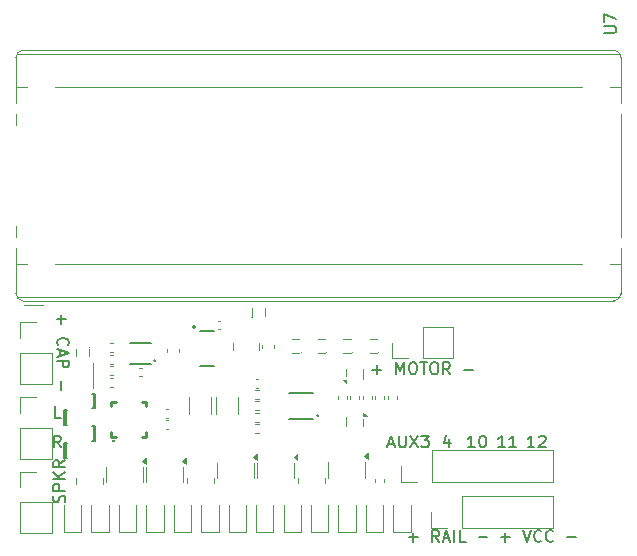
<source format=gto>
G04 #@! TF.GenerationSoftware,KiCad,Pcbnew,8.0.8*
G04 #@! TF.CreationDate,2025-02-15T12:31:35-05:00*
G04 #@! TF.ProjectId,pico2-test-mule,7069636f-322d-4746-9573-742d6d756c65,rev?*
G04 #@! TF.SameCoordinates,Original*
G04 #@! TF.FileFunction,Legend,Top*
G04 #@! TF.FilePolarity,Positive*
%FSLAX46Y46*%
G04 Gerber Fmt 4.6, Leading zero omitted, Abs format (unit mm)*
G04 Created by KiCad (PCBNEW 8.0.8) date 2025-02-15 12:31:35*
%MOMM*%
%LPD*%
G01*
G04 APERTURE LIST*
%ADD10C,0.150000*%
%ADD11C,0.100000*%
%ADD12C,0.120000*%
%ADD13C,0.200000*%
%ADD14C,0.250000*%
G04 APERTURE END LIST*
D10*
X39309523Y-33819819D02*
X38738095Y-33819819D01*
X39023809Y-33819819D02*
X39023809Y-32819819D01*
X39023809Y-32819819D02*
X38928571Y-32962676D01*
X38928571Y-32962676D02*
X38833333Y-33057914D01*
X38833333Y-33057914D02*
X38738095Y-33105533D01*
X39928571Y-32819819D02*
X40023809Y-32819819D01*
X40023809Y-32819819D02*
X40119047Y-32867438D01*
X40119047Y-32867438D02*
X40166666Y-32915057D01*
X40166666Y-32915057D02*
X40214285Y-33010295D01*
X40214285Y-33010295D02*
X40261904Y-33200771D01*
X40261904Y-33200771D02*
X40261904Y-33438866D01*
X40261904Y-33438866D02*
X40214285Y-33629342D01*
X40214285Y-33629342D02*
X40166666Y-33724580D01*
X40166666Y-33724580D02*
X40119047Y-33772200D01*
X40119047Y-33772200D02*
X40023809Y-33819819D01*
X40023809Y-33819819D02*
X39928571Y-33819819D01*
X39928571Y-33819819D02*
X39833333Y-33772200D01*
X39833333Y-33772200D02*
X39785714Y-33724580D01*
X39785714Y-33724580D02*
X39738095Y-33629342D01*
X39738095Y-33629342D02*
X39690476Y-33438866D01*
X39690476Y-33438866D02*
X39690476Y-33200771D01*
X39690476Y-33200771D02*
X39738095Y-33010295D01*
X39738095Y-33010295D02*
X39785714Y-32915057D01*
X39785714Y-32915057D02*
X39833333Y-32867438D01*
X39833333Y-32867438D02*
X39928571Y-32819819D01*
X4311133Y-22609524D02*
X4311133Y-23371429D01*
X3930180Y-22990476D02*
X4692085Y-22990476D01*
X4025419Y-25180952D02*
X3977800Y-25133333D01*
X3977800Y-25133333D02*
X3930180Y-24990476D01*
X3930180Y-24990476D02*
X3930180Y-24895238D01*
X3930180Y-24895238D02*
X3977800Y-24752381D01*
X3977800Y-24752381D02*
X4073038Y-24657143D01*
X4073038Y-24657143D02*
X4168276Y-24609524D01*
X4168276Y-24609524D02*
X4358752Y-24561905D01*
X4358752Y-24561905D02*
X4501609Y-24561905D01*
X4501609Y-24561905D02*
X4692085Y-24609524D01*
X4692085Y-24609524D02*
X4787323Y-24657143D01*
X4787323Y-24657143D02*
X4882561Y-24752381D01*
X4882561Y-24752381D02*
X4930180Y-24895238D01*
X4930180Y-24895238D02*
X4930180Y-24990476D01*
X4930180Y-24990476D02*
X4882561Y-25133333D01*
X4882561Y-25133333D02*
X4834942Y-25180952D01*
X4215895Y-25561905D02*
X4215895Y-26038095D01*
X3930180Y-25466667D02*
X4930180Y-25800000D01*
X4930180Y-25800000D02*
X3930180Y-26133333D01*
X3930180Y-26466667D02*
X4930180Y-26466667D01*
X4930180Y-26466667D02*
X4930180Y-26847619D01*
X4930180Y-26847619D02*
X4882561Y-26942857D01*
X4882561Y-26942857D02*
X4834942Y-26990476D01*
X4834942Y-26990476D02*
X4739704Y-27038095D01*
X4739704Y-27038095D02*
X4596847Y-27038095D01*
X4596847Y-27038095D02*
X4501609Y-26990476D01*
X4501609Y-26990476D02*
X4453990Y-26942857D01*
X4453990Y-26942857D02*
X4406371Y-26847619D01*
X4406371Y-26847619D02*
X4406371Y-26466667D01*
X4311133Y-28228572D02*
X4311133Y-28990477D01*
X4572200Y-38485713D02*
X4619819Y-38342856D01*
X4619819Y-38342856D02*
X4619819Y-38104761D01*
X4619819Y-38104761D02*
X4572200Y-38009523D01*
X4572200Y-38009523D02*
X4524580Y-37961904D01*
X4524580Y-37961904D02*
X4429342Y-37914285D01*
X4429342Y-37914285D02*
X4334104Y-37914285D01*
X4334104Y-37914285D02*
X4238866Y-37961904D01*
X4238866Y-37961904D02*
X4191247Y-38009523D01*
X4191247Y-38009523D02*
X4143628Y-38104761D01*
X4143628Y-38104761D02*
X4096009Y-38295237D01*
X4096009Y-38295237D02*
X4048390Y-38390475D01*
X4048390Y-38390475D02*
X4000771Y-38438094D01*
X4000771Y-38438094D02*
X3905533Y-38485713D01*
X3905533Y-38485713D02*
X3810295Y-38485713D01*
X3810295Y-38485713D02*
X3715057Y-38438094D01*
X3715057Y-38438094D02*
X3667438Y-38390475D01*
X3667438Y-38390475D02*
X3619819Y-38295237D01*
X3619819Y-38295237D02*
X3619819Y-38057142D01*
X3619819Y-38057142D02*
X3667438Y-37914285D01*
X4619819Y-37485713D02*
X3619819Y-37485713D01*
X3619819Y-37485713D02*
X3619819Y-37104761D01*
X3619819Y-37104761D02*
X3667438Y-37009523D01*
X3667438Y-37009523D02*
X3715057Y-36961904D01*
X3715057Y-36961904D02*
X3810295Y-36914285D01*
X3810295Y-36914285D02*
X3953152Y-36914285D01*
X3953152Y-36914285D02*
X4048390Y-36961904D01*
X4048390Y-36961904D02*
X4096009Y-37009523D01*
X4096009Y-37009523D02*
X4143628Y-37104761D01*
X4143628Y-37104761D02*
X4143628Y-37485713D01*
X4619819Y-36485713D02*
X3619819Y-36485713D01*
X4619819Y-35914285D02*
X4048390Y-36342856D01*
X3619819Y-35914285D02*
X4191247Y-36485713D01*
X4619819Y-34914285D02*
X4143628Y-35247618D01*
X4619819Y-35485713D02*
X3619819Y-35485713D01*
X3619819Y-35485713D02*
X3619819Y-35104761D01*
X3619819Y-35104761D02*
X3667438Y-35009523D01*
X3667438Y-35009523D02*
X3715057Y-34961904D01*
X3715057Y-34961904D02*
X3810295Y-34914285D01*
X3810295Y-34914285D02*
X3953152Y-34914285D01*
X3953152Y-34914285D02*
X4048390Y-34961904D01*
X4048390Y-34961904D02*
X4096009Y-35009523D01*
X4096009Y-35009523D02*
X4143628Y-35104761D01*
X4143628Y-35104761D02*
X4143628Y-35485713D01*
X4259523Y-33819819D02*
X3926190Y-33343628D01*
X3688095Y-33819819D02*
X3688095Y-32819819D01*
X3688095Y-32819819D02*
X4069047Y-32819819D01*
X4069047Y-32819819D02*
X4164285Y-32867438D01*
X4164285Y-32867438D02*
X4211904Y-32915057D01*
X4211904Y-32915057D02*
X4259523Y-33010295D01*
X4259523Y-33010295D02*
X4259523Y-33153152D01*
X4259523Y-33153152D02*
X4211904Y-33248390D01*
X4211904Y-33248390D02*
X4164285Y-33296009D01*
X4164285Y-33296009D02*
X4069047Y-33343628D01*
X4069047Y-33343628D02*
X3688095Y-33343628D01*
X41859523Y-33819819D02*
X41288095Y-33819819D01*
X41573809Y-33819819D02*
X41573809Y-32819819D01*
X41573809Y-32819819D02*
X41478571Y-32962676D01*
X41478571Y-32962676D02*
X41383333Y-33057914D01*
X41383333Y-33057914D02*
X41288095Y-33105533D01*
X42811904Y-33819819D02*
X42240476Y-33819819D01*
X42526190Y-33819819D02*
X42526190Y-32819819D01*
X42526190Y-32819819D02*
X42430952Y-32962676D01*
X42430952Y-32962676D02*
X42335714Y-33057914D01*
X42335714Y-33057914D02*
X42240476Y-33105533D01*
X33716667Y-41438866D02*
X34478572Y-41438866D01*
X34097619Y-41819819D02*
X34097619Y-41057914D01*
X36288095Y-41819819D02*
X35954762Y-41343628D01*
X35716667Y-41819819D02*
X35716667Y-40819819D01*
X35716667Y-40819819D02*
X36097619Y-40819819D01*
X36097619Y-40819819D02*
X36192857Y-40867438D01*
X36192857Y-40867438D02*
X36240476Y-40915057D01*
X36240476Y-40915057D02*
X36288095Y-41010295D01*
X36288095Y-41010295D02*
X36288095Y-41153152D01*
X36288095Y-41153152D02*
X36240476Y-41248390D01*
X36240476Y-41248390D02*
X36192857Y-41296009D01*
X36192857Y-41296009D02*
X36097619Y-41343628D01*
X36097619Y-41343628D02*
X35716667Y-41343628D01*
X36669048Y-41534104D02*
X37145238Y-41534104D01*
X36573810Y-41819819D02*
X36907143Y-40819819D01*
X36907143Y-40819819D02*
X37240476Y-41819819D01*
X37573810Y-41819819D02*
X37573810Y-40819819D01*
X38526190Y-41819819D02*
X38050000Y-41819819D01*
X38050000Y-41819819D02*
X38050000Y-40819819D01*
X39621429Y-41438866D02*
X40383334Y-41438866D01*
X44359523Y-33819819D02*
X43788095Y-33819819D01*
X44073809Y-33819819D02*
X44073809Y-32819819D01*
X44073809Y-32819819D02*
X43978571Y-32962676D01*
X43978571Y-32962676D02*
X43883333Y-33057914D01*
X43883333Y-33057914D02*
X43788095Y-33105533D01*
X44740476Y-32915057D02*
X44788095Y-32867438D01*
X44788095Y-32867438D02*
X44883333Y-32819819D01*
X44883333Y-32819819D02*
X45121428Y-32819819D01*
X45121428Y-32819819D02*
X45216666Y-32867438D01*
X45216666Y-32867438D02*
X45264285Y-32915057D01*
X45264285Y-32915057D02*
X45311904Y-33010295D01*
X45311904Y-33010295D02*
X45311904Y-33105533D01*
X45311904Y-33105533D02*
X45264285Y-33248390D01*
X45264285Y-33248390D02*
X44692857Y-33819819D01*
X44692857Y-33819819D02*
X45311904Y-33819819D01*
X41509524Y-41438866D02*
X42271429Y-41438866D01*
X41890476Y-41819819D02*
X41890476Y-41057914D01*
X43366667Y-40819819D02*
X43700000Y-41819819D01*
X43700000Y-41819819D02*
X44033333Y-40819819D01*
X44938095Y-41724580D02*
X44890476Y-41772200D01*
X44890476Y-41772200D02*
X44747619Y-41819819D01*
X44747619Y-41819819D02*
X44652381Y-41819819D01*
X44652381Y-41819819D02*
X44509524Y-41772200D01*
X44509524Y-41772200D02*
X44414286Y-41676961D01*
X44414286Y-41676961D02*
X44366667Y-41581723D01*
X44366667Y-41581723D02*
X44319048Y-41391247D01*
X44319048Y-41391247D02*
X44319048Y-41248390D01*
X44319048Y-41248390D02*
X44366667Y-41057914D01*
X44366667Y-41057914D02*
X44414286Y-40962676D01*
X44414286Y-40962676D02*
X44509524Y-40867438D01*
X44509524Y-40867438D02*
X44652381Y-40819819D01*
X44652381Y-40819819D02*
X44747619Y-40819819D01*
X44747619Y-40819819D02*
X44890476Y-40867438D01*
X44890476Y-40867438D02*
X44938095Y-40915057D01*
X45938095Y-41724580D02*
X45890476Y-41772200D01*
X45890476Y-41772200D02*
X45747619Y-41819819D01*
X45747619Y-41819819D02*
X45652381Y-41819819D01*
X45652381Y-41819819D02*
X45509524Y-41772200D01*
X45509524Y-41772200D02*
X45414286Y-41676961D01*
X45414286Y-41676961D02*
X45366667Y-41581723D01*
X45366667Y-41581723D02*
X45319048Y-41391247D01*
X45319048Y-41391247D02*
X45319048Y-41248390D01*
X45319048Y-41248390D02*
X45366667Y-41057914D01*
X45366667Y-41057914D02*
X45414286Y-40962676D01*
X45414286Y-40962676D02*
X45509524Y-40867438D01*
X45509524Y-40867438D02*
X45652381Y-40819819D01*
X45652381Y-40819819D02*
X45747619Y-40819819D01*
X45747619Y-40819819D02*
X45890476Y-40867438D01*
X45890476Y-40867438D02*
X45938095Y-40915057D01*
X47128572Y-41438866D02*
X47890477Y-41438866D01*
X37140476Y-33153152D02*
X37140476Y-33819819D01*
X36902381Y-32772200D02*
X36664286Y-33486485D01*
X36664286Y-33486485D02*
X37283333Y-33486485D01*
X4259523Y-31319819D02*
X3783333Y-31319819D01*
X3783333Y-31319819D02*
X3783333Y-30319819D01*
X30638095Y-27238866D02*
X31400000Y-27238866D01*
X31019047Y-27619819D02*
X31019047Y-26857914D01*
X32638095Y-27619819D02*
X32638095Y-26619819D01*
X32638095Y-26619819D02*
X32971428Y-27334104D01*
X32971428Y-27334104D02*
X33304761Y-26619819D01*
X33304761Y-26619819D02*
X33304761Y-27619819D01*
X33971428Y-26619819D02*
X34161904Y-26619819D01*
X34161904Y-26619819D02*
X34257142Y-26667438D01*
X34257142Y-26667438D02*
X34352380Y-26762676D01*
X34352380Y-26762676D02*
X34399999Y-26953152D01*
X34399999Y-26953152D02*
X34399999Y-27286485D01*
X34399999Y-27286485D02*
X34352380Y-27476961D01*
X34352380Y-27476961D02*
X34257142Y-27572200D01*
X34257142Y-27572200D02*
X34161904Y-27619819D01*
X34161904Y-27619819D02*
X33971428Y-27619819D01*
X33971428Y-27619819D02*
X33876190Y-27572200D01*
X33876190Y-27572200D02*
X33780952Y-27476961D01*
X33780952Y-27476961D02*
X33733333Y-27286485D01*
X33733333Y-27286485D02*
X33733333Y-26953152D01*
X33733333Y-26953152D02*
X33780952Y-26762676D01*
X33780952Y-26762676D02*
X33876190Y-26667438D01*
X33876190Y-26667438D02*
X33971428Y-26619819D01*
X34685714Y-26619819D02*
X35257142Y-26619819D01*
X34971428Y-27619819D02*
X34971428Y-26619819D01*
X35780952Y-26619819D02*
X35971428Y-26619819D01*
X35971428Y-26619819D02*
X36066666Y-26667438D01*
X36066666Y-26667438D02*
X36161904Y-26762676D01*
X36161904Y-26762676D02*
X36209523Y-26953152D01*
X36209523Y-26953152D02*
X36209523Y-27286485D01*
X36209523Y-27286485D02*
X36161904Y-27476961D01*
X36161904Y-27476961D02*
X36066666Y-27572200D01*
X36066666Y-27572200D02*
X35971428Y-27619819D01*
X35971428Y-27619819D02*
X35780952Y-27619819D01*
X35780952Y-27619819D02*
X35685714Y-27572200D01*
X35685714Y-27572200D02*
X35590476Y-27476961D01*
X35590476Y-27476961D02*
X35542857Y-27286485D01*
X35542857Y-27286485D02*
X35542857Y-26953152D01*
X35542857Y-26953152D02*
X35590476Y-26762676D01*
X35590476Y-26762676D02*
X35685714Y-26667438D01*
X35685714Y-26667438D02*
X35780952Y-26619819D01*
X37209523Y-27619819D02*
X36876190Y-27143628D01*
X36638095Y-27619819D02*
X36638095Y-26619819D01*
X36638095Y-26619819D02*
X37019047Y-26619819D01*
X37019047Y-26619819D02*
X37114285Y-26667438D01*
X37114285Y-26667438D02*
X37161904Y-26715057D01*
X37161904Y-26715057D02*
X37209523Y-26810295D01*
X37209523Y-26810295D02*
X37209523Y-26953152D01*
X37209523Y-26953152D02*
X37161904Y-27048390D01*
X37161904Y-27048390D02*
X37114285Y-27096009D01*
X37114285Y-27096009D02*
X37019047Y-27143628D01*
X37019047Y-27143628D02*
X36638095Y-27143628D01*
X38400000Y-27238866D02*
X39161905Y-27238866D01*
X31985714Y-33534104D02*
X32461904Y-33534104D01*
X31890476Y-33819819D02*
X32223809Y-32819819D01*
X32223809Y-32819819D02*
X32557142Y-33819819D01*
X32890476Y-32819819D02*
X32890476Y-33629342D01*
X32890476Y-33629342D02*
X32938095Y-33724580D01*
X32938095Y-33724580D02*
X32985714Y-33772200D01*
X32985714Y-33772200D02*
X33080952Y-33819819D01*
X33080952Y-33819819D02*
X33271428Y-33819819D01*
X33271428Y-33819819D02*
X33366666Y-33772200D01*
X33366666Y-33772200D02*
X33414285Y-33724580D01*
X33414285Y-33724580D02*
X33461904Y-33629342D01*
X33461904Y-33629342D02*
X33461904Y-32819819D01*
X33842857Y-32819819D02*
X34509523Y-33819819D01*
X34509523Y-32819819D02*
X33842857Y-33819819D01*
X34795238Y-32819819D02*
X35414285Y-32819819D01*
X35414285Y-32819819D02*
X35080952Y-33200771D01*
X35080952Y-33200771D02*
X35223809Y-33200771D01*
X35223809Y-33200771D02*
X35319047Y-33248390D01*
X35319047Y-33248390D02*
X35366666Y-33296009D01*
X35366666Y-33296009D02*
X35414285Y-33391247D01*
X35414285Y-33391247D02*
X35414285Y-33629342D01*
X35414285Y-33629342D02*
X35366666Y-33724580D01*
X35366666Y-33724580D02*
X35319047Y-33772200D01*
X35319047Y-33772200D02*
X35223809Y-33819819D01*
X35223809Y-33819819D02*
X34938095Y-33819819D01*
X34938095Y-33819819D02*
X34842857Y-33772200D01*
X34842857Y-33772200D02*
X34795238Y-33724580D01*
X50282319Y1284280D02*
X51091842Y1284280D01*
X51091842Y1284280D02*
X51187080Y1331899D01*
X51187080Y1331899D02*
X51234700Y1379518D01*
X51234700Y1379518D02*
X51282319Y1474756D01*
X51282319Y1474756D02*
X51282319Y1665232D01*
X51282319Y1665232D02*
X51234700Y1760470D01*
X51234700Y1760470D02*
X51187080Y1808089D01*
X51187080Y1808089D02*
X51091842Y1855708D01*
X51091842Y1855708D02*
X50282319Y1855708D01*
X50282319Y2236661D02*
X50282319Y2903327D01*
X50282319Y2903327D02*
X51282319Y2474756D01*
D11*
G04 #@! TO.C,L1*
X18810000Y-25595000D02*
X18810000Y-25015000D01*
X21000000Y-25015000D02*
X21000000Y-25595000D01*
D12*
G04 #@! TO.C,Q4*
X28440000Y-27200000D02*
X28440000Y-27790000D01*
X29860000Y-27200000D02*
X29860000Y-28000000D01*
X28440000Y-28380000D02*
X28160000Y-28100000D01*
X28440000Y-28100000D01*
X28440000Y-28380000D01*
G36*
X28440000Y-28380000D02*
G01*
X28160000Y-28100000D01*
X28440000Y-28100000D01*
X28440000Y-28380000D01*
G37*
G04 #@! TO.C,R8*
X28770000Y-29753641D02*
X28770000Y-29446359D01*
X29530000Y-29753641D02*
X29530000Y-29446359D01*
G04 #@! TO.C,R7*
X27720000Y-29753641D02*
X27720000Y-29446359D01*
X28480000Y-29753641D02*
X28480000Y-29446359D01*
G04 #@! TO.C,RN2*
X14910000Y-36872500D02*
X14910000Y-36372500D01*
X17190000Y-36872500D02*
X17190000Y-36372500D01*
G04 #@! TO.C,D12*
X16140000Y-38735000D02*
X16140000Y-41020000D01*
X16140000Y-41020000D02*
X17610000Y-41020000D01*
X17610000Y-41020000D02*
X17610000Y-38735000D01*
G04 #@! TO.C,D15*
X23115000Y-38735000D02*
X23115000Y-41020000D01*
X23115000Y-41020000D02*
X24585000Y-41020000D01*
X24585000Y-41020000D02*
X24585000Y-38735000D01*
G04 #@! TO.C,C1*
X11107836Y-27090000D02*
X10892164Y-27090000D01*
X11107836Y-27810000D02*
X10892164Y-27810000D01*
G04 #@! TO.C,D11*
X13815000Y-38735000D02*
X13815000Y-41020000D01*
X13815000Y-41020000D02*
X15285000Y-41020000D01*
X15285000Y-41020000D02*
X15285000Y-38735000D01*
G04 #@! TO.C,Q13*
X26890000Y-35722500D02*
X26890000Y-35072500D01*
X26890000Y-35722500D02*
X26890000Y-36372500D01*
X30010000Y-35722500D02*
X30010000Y-35072500D01*
X30010000Y-35722500D02*
X30010000Y-36372500D01*
X30290000Y-34800000D02*
X29960000Y-34560000D01*
X30290000Y-34320000D01*
X30290000Y-34800000D01*
G36*
X30290000Y-34800000D02*
G01*
X29960000Y-34560000D01*
X30290000Y-34320000D01*
X30290000Y-34800000D01*
G37*
D11*
G04 #@! TO.C,Q1*
X20410000Y-22660000D02*
X20410000Y-22060000D01*
X21550000Y-22060000D02*
X21550000Y-22660000D01*
X20470000Y-22830000D02*
G75*
G02*
X20390000Y-22830000I-40000J0D01*
G01*
X20390000Y-22830000D02*
G75*
G02*
X20470000Y-22830000I40000J0D01*
G01*
D12*
G04 #@! TO.C,C20*
X20742164Y-28040000D02*
X20957836Y-28040000D01*
X20742164Y-28760000D02*
X20957836Y-28760000D01*
G04 #@! TO.C,RN1*
X5510000Y-36885000D02*
X5510000Y-36385000D01*
X7790000Y-36885000D02*
X7790000Y-36385000D01*
G04 #@! TO.C,J4*
X35630000Y-40615000D02*
X35630000Y-39285000D01*
X36960000Y-40615000D02*
X35630000Y-40615000D01*
X38230000Y-37955000D02*
X45910000Y-37955000D01*
X38230000Y-40615000D02*
X38230000Y-37955000D01*
X38230000Y-40615000D02*
X45910000Y-40615000D01*
X45910000Y-40615000D02*
X45910000Y-37955000D01*
D10*
G04 #@! TO.C,U1*
X10100000Y-25000000D02*
X11900000Y-25000000D01*
X10100000Y-26800000D02*
X11900000Y-26800000D01*
D11*
X12300000Y-26500000D02*
G75*
G02*
X12100000Y-26500000I-100000J0D01*
G01*
X12100000Y-26500000D02*
G75*
G02*
X12300000Y-26500000I100000J0D01*
G01*
D12*
G04 #@! TO.C,R11*
X31920000Y-29446359D02*
X31920000Y-29753641D01*
X32680000Y-29446359D02*
X32680000Y-29753641D01*
D10*
G04 #@! TO.C,D2*
X4527500Y-33437500D02*
X4657500Y-33437500D01*
X4527500Y-34697500D02*
X4527500Y-33437500D01*
X4657500Y-33437500D02*
X4777500Y-33437500D01*
X4657500Y-34697500D02*
X4527500Y-34697500D01*
X4657500Y-34697500D02*
X4657500Y-33437500D01*
X4777500Y-34697500D02*
X4657500Y-34697500D01*
D12*
G04 #@! TO.C,U7*
X452500Y-800000D02*
X452500Y-3290000D01*
X452500Y-3290000D02*
X1366020Y-3290000D01*
X452500Y-4637939D02*
X452500Y-3290000D01*
X452500Y-6565000D02*
X452500Y-5562061D01*
X452500Y-16037939D02*
X452500Y-15035000D01*
X452500Y-18310000D02*
X452500Y-16962060D01*
X452500Y-18310000D02*
X1366020Y-18310000D01*
X452500Y-20800000D02*
X452500Y-18310000D01*
X515500Y-21070000D02*
X51609500Y-21070000D01*
X1062500Y-190000D02*
X51062500Y-190000D01*
X1062500Y-21410000D02*
X51062500Y-21410000D01*
X2732500Y-21730000D02*
X1132500Y-21730000D01*
X3758980Y-3290000D02*
X48366020Y-3290000D01*
X3758980Y-18310000D02*
X48366020Y-18310000D01*
X50758980Y-3290000D02*
X51672500Y-3290000D01*
X50758980Y-18310000D02*
X51672500Y-18310000D01*
X51609500Y-530000D02*
X515500Y-530000D01*
X51672500Y-4637939D02*
X51672500Y-800000D01*
X51672500Y-5562061D02*
X51672500Y-7200000D01*
X51672500Y-7200000D02*
X51672500Y-14400000D01*
X51672500Y-14400000D02*
X51672500Y-16037939D01*
X51672500Y-20800000D02*
X51672500Y-16962061D01*
X452500Y-800000D02*
G75*
G02*
X1062500Y-190000I610000J0D01*
G01*
X1062500Y-21410000D02*
G75*
G02*
X452500Y-20800000I0J610000D01*
G01*
X51062500Y-190000D02*
G75*
G02*
X51672500Y-800000I0J-610000D01*
G01*
X51672500Y-20800000D02*
G75*
G02*
X51062500Y-21410000I-609901J-99D01*
G01*
D10*
G04 #@! TO.C,D1*
X4527500Y-30662500D02*
X4657500Y-30662500D01*
X4527500Y-31922500D02*
X4527500Y-30662500D01*
X4657500Y-30662500D02*
X4777500Y-30662500D01*
X4657500Y-31922500D02*
X4527500Y-31922500D01*
X4657500Y-31922500D02*
X4657500Y-30662500D01*
X4777500Y-31922500D02*
X4657500Y-31922500D01*
G04 #@! TO.C,D4*
X6917500Y-32037500D02*
X7037500Y-32037500D01*
X7037500Y-32037500D02*
X7037500Y-33297500D01*
X7037500Y-32037500D02*
X7167500Y-32037500D01*
X7037500Y-33297500D02*
X6917500Y-33297500D01*
X7167500Y-32037500D02*
X7167500Y-33297500D01*
X7167500Y-33297500D02*
X7037500Y-33297500D01*
D12*
G04 #@! TO.C,RN3*
X24310000Y-36872500D02*
X24310000Y-36372500D01*
X26590000Y-36872500D02*
X26590000Y-36372500D01*
G04 #@! TO.C,R19*
X20696359Y-31820000D02*
X21003641Y-31820000D01*
X20696359Y-32580000D02*
X21003641Y-32580000D01*
G04 #@! TO.C,C17*
X17430000Y-29588748D02*
X17430000Y-31011252D01*
X19250000Y-29588748D02*
X19250000Y-31011252D01*
G04 #@! TO.C,R5*
X30870000Y-36481359D02*
X30870000Y-36788641D01*
X31630000Y-36481359D02*
X31630000Y-36788641D01*
G04 #@! TO.C,D13*
X18465000Y-38735000D02*
X18465000Y-41020000D01*
X18465000Y-41020000D02*
X19935000Y-41020000D01*
X19935000Y-41020000D02*
X19935000Y-38735000D01*
G04 #@! TO.C,R2*
X8713641Y-25020000D02*
X8406359Y-25020000D01*
X8713641Y-25780000D02*
X8406359Y-25780000D01*
G04 #@! TO.C,J2*
X820000Y-35870000D02*
X2150000Y-35870000D01*
X820000Y-37200000D02*
X820000Y-35870000D01*
X820000Y-38470000D02*
X820000Y-41070000D01*
X820000Y-38470000D02*
X3480000Y-38470000D01*
X820000Y-41070000D02*
X3480000Y-41070000D01*
X3480000Y-38470000D02*
X3480000Y-41070000D01*
G04 #@! TO.C,D19*
X32415000Y-38735000D02*
X32415000Y-41020000D01*
X32415000Y-41020000D02*
X33885000Y-41020000D01*
X33885000Y-41020000D02*
X33885000Y-38735000D01*
G04 #@! TO.C,C7*
X21290000Y-25445580D02*
X21290000Y-25164420D01*
X22310000Y-25445580D02*
X22310000Y-25164420D01*
G04 #@! TO.C,Q3*
X28440000Y-32050000D02*
X28440000Y-31250000D01*
X29860000Y-32050000D02*
X29860000Y-31460000D01*
X30140000Y-31150000D02*
X29860000Y-31150000D01*
X29860000Y-30870000D01*
X30140000Y-31150000D01*
G36*
X30140000Y-31150000D02*
G01*
X29860000Y-31150000D01*
X29860000Y-30870000D01*
X30140000Y-31150000D01*
G37*
G04 #@! TO.C,J6*
X820000Y-29570000D02*
X2150000Y-29570000D01*
X820000Y-30900000D02*
X820000Y-29570000D01*
X820000Y-32170000D02*
X820000Y-34770000D01*
X820000Y-32170000D02*
X3480000Y-32170000D01*
X820000Y-34770000D02*
X3480000Y-34770000D01*
X3480000Y-32170000D02*
X3480000Y-34770000D01*
G04 #@! TO.C,R17*
X20696359Y-28970000D02*
X21003641Y-28970000D01*
X20696359Y-29730000D02*
X21003641Y-29730000D01*
G04 #@! TO.C,D9*
X9165000Y-38735000D02*
X9165000Y-41020000D01*
X9165000Y-41020000D02*
X10635000Y-41020000D01*
X10635000Y-41020000D02*
X10635000Y-38735000D01*
G04 #@! TO.C,R16*
X20696359Y-29920000D02*
X21003641Y-29920000D01*
X20696359Y-30680000D02*
X21003641Y-30680000D01*
G04 #@! TO.C,J8*
X32295000Y-26280000D02*
X32295000Y-24950000D01*
X33625000Y-26280000D02*
X32295000Y-26280000D01*
X34895000Y-23620000D02*
X37495000Y-23620000D01*
X34895000Y-26280000D02*
X34895000Y-23620000D01*
X34895000Y-26280000D02*
X37495000Y-26280000D01*
X37495000Y-26280000D02*
X37495000Y-23620000D01*
G04 #@! TO.C,R4*
X8713641Y-26970000D02*
X8406359Y-26970000D01*
X8713641Y-27730000D02*
X8406359Y-27730000D01*
G04 #@! TO.C,Q10*
X11490000Y-36122500D02*
X11490000Y-35472500D01*
X11490000Y-36122500D02*
X11490000Y-36772500D01*
X14610000Y-36122500D02*
X14610000Y-35472500D01*
X14610000Y-36122500D02*
X14610000Y-36772500D01*
X14890000Y-35200000D02*
X14560000Y-34960000D01*
X14890000Y-34720000D01*
X14890000Y-35200000D01*
G36*
X14890000Y-35200000D02*
G01*
X14560000Y-34960000D01*
X14890000Y-34720000D01*
X14890000Y-35200000D01*
G37*
G04 #@! TO.C,Q11*
X17490000Y-35785000D02*
X17490000Y-35135000D01*
X17490000Y-35785000D02*
X17490000Y-36435000D01*
X20610000Y-35785000D02*
X20610000Y-35135000D01*
X20610000Y-35785000D02*
X20610000Y-36435000D01*
X20890000Y-34862500D02*
X20560000Y-34622500D01*
X20890000Y-34382500D01*
X20890000Y-34862500D01*
G36*
X20890000Y-34862500D02*
G01*
X20560000Y-34622500D01*
X20890000Y-34382500D01*
X20890000Y-34862500D01*
G37*
G04 #@! TO.C,D8*
X6840000Y-38735000D02*
X6840000Y-41020000D01*
X6840000Y-41020000D02*
X8310000Y-41020000D01*
X8310000Y-41020000D02*
X8310000Y-38735000D01*
G04 #@! TO.C,C8*
X15130000Y-29588748D02*
X15130000Y-31011252D01*
X16950000Y-29588748D02*
X16950000Y-31011252D01*
G04 #@! TO.C,D10*
X11490000Y-38735000D02*
X11490000Y-41020000D01*
X11490000Y-41020000D02*
X12960000Y-41020000D01*
X12960000Y-41020000D02*
X12960000Y-38735000D01*
D11*
G04 #@! TO.C,D5*
X7010000Y-28810000D02*
X7010000Y-27800000D01*
G04 #@! TO.C,D6*
X7010000Y-27660000D02*
X7010000Y-26650000D01*
D13*
G04 #@! TO.C,U2*
X16080000Y-23930000D02*
X17220000Y-23930000D01*
X17220000Y-26930000D02*
X16080000Y-26930000D01*
X15690000Y-23630000D02*
G75*
G02*
X15410000Y-23630000I-140000J0D01*
G01*
X15410000Y-23630000D02*
G75*
G02*
X15690000Y-23630000I140000J0D01*
G01*
D14*
G04 #@! TO.C,U5*
X8500000Y-29950000D02*
X8500000Y-30350000D01*
X8500000Y-29950000D02*
X8900000Y-29950000D01*
X8500000Y-32560000D02*
X8500000Y-32950000D01*
X8500000Y-32950000D02*
X8900000Y-32950000D01*
X11110000Y-29950000D02*
X11500000Y-29950000D01*
X11110000Y-32950000D02*
X11500000Y-32950000D01*
X11500000Y-30350000D02*
X11500000Y-29950000D01*
X11500000Y-32950000D02*
X11500000Y-32560000D01*
X8760000Y-33290000D02*
G75*
G02*
X8660000Y-33290000I-50000J0D01*
G01*
X8660000Y-33290000D02*
G75*
G02*
X8760000Y-33290000I50000J0D01*
G01*
D12*
G04 #@! TO.C,D17*
X27765000Y-38735000D02*
X27765000Y-41020000D01*
X27765000Y-41020000D02*
X29235000Y-41020000D01*
X29235000Y-41020000D02*
X29235000Y-38735000D01*
G04 #@! TO.C,C19*
X13122164Y-31540000D02*
X13337836Y-31540000D01*
X13122164Y-32260000D02*
X13337836Y-32260000D01*
D11*
G04 #@! TO.C,Q8*
X30400000Y-24650000D02*
X31000000Y-24650000D01*
X31000000Y-25790000D02*
X30400000Y-25790000D01*
X31210000Y-25770000D02*
G75*
G02*
X31130000Y-25770000I-40000J0D01*
G01*
X31130000Y-25770000D02*
G75*
G02*
X31210000Y-25770000I40000J0D01*
G01*
D12*
G04 #@! TO.C,R12*
X29820000Y-29751141D02*
X29820000Y-29443859D01*
X30580000Y-29751141D02*
X30580000Y-29443859D01*
G04 #@! TO.C,R18*
X20696359Y-30870000D02*
X21003641Y-30870000D01*
X20696359Y-31630000D02*
X21003641Y-31630000D01*
G04 #@! TO.C,R1*
X8406359Y-25970000D02*
X8713641Y-25970000D01*
X8406359Y-26730000D02*
X8713641Y-26730000D01*
G04 #@! TO.C,C5*
X17757836Y-23095000D02*
X17542164Y-23095000D01*
X17757836Y-23815000D02*
X17542164Y-23815000D01*
D10*
G04 #@! TO.C,D3*
X6917500Y-29262500D02*
X7037500Y-29262500D01*
X7037500Y-29262500D02*
X7037500Y-30522500D01*
X7037500Y-29262500D02*
X7167500Y-29262500D01*
X7037500Y-30522500D02*
X6917500Y-30522500D01*
X7167500Y-29262500D02*
X7167500Y-30522500D01*
X7167500Y-30522500D02*
X7037500Y-30522500D01*
D12*
G04 #@! TO.C,C2*
X13240000Y-25740580D02*
X13240000Y-25459420D01*
X14260000Y-25740580D02*
X14260000Y-25459420D01*
G04 #@! TO.C,D18*
X30090000Y-38735000D02*
X30090000Y-41020000D01*
X30090000Y-41020000D02*
X31560000Y-41020000D01*
X31560000Y-41020000D02*
X31560000Y-38735000D01*
G04 #@! TO.C,R3*
X8713641Y-27920000D02*
X8406359Y-27920000D01*
X8713641Y-28680000D02*
X8406359Y-28680000D01*
G04 #@! TO.C,Q12*
X20890000Y-35785000D02*
X20890000Y-35135000D01*
X20890000Y-35785000D02*
X20890000Y-36435000D01*
X24010000Y-35785000D02*
X24010000Y-35135000D01*
X24010000Y-35785000D02*
X24010000Y-36435000D01*
X24290000Y-34862500D02*
X23960000Y-34622500D01*
X24290000Y-34382500D01*
X24290000Y-34862500D01*
G36*
X24290000Y-34862500D02*
G01*
X23960000Y-34622500D01*
X24290000Y-34382500D01*
X24290000Y-34862500D01*
G37*
D11*
G04 #@! TO.C,Q6*
X25999771Y-24650000D02*
X26599771Y-24650000D01*
X26599771Y-25790000D02*
X25999771Y-25790000D01*
X26809771Y-25770000D02*
G75*
G02*
X26729771Y-25770000I-40000J0D01*
G01*
X26729771Y-25770000D02*
G75*
G02*
X26809771Y-25770000I40000J0D01*
G01*
D12*
G04 #@! TO.C,D7*
X4515000Y-38735000D02*
X4515000Y-41020000D01*
X4515000Y-41020000D02*
X5985000Y-41020000D01*
X5985000Y-41020000D02*
X5985000Y-38735000D01*
G04 #@! TO.C,C18*
X13122164Y-30590000D02*
X13337836Y-30590000D01*
X13122164Y-31310000D02*
X13337836Y-31310000D01*
G04 #@! TO.C,D14*
X20790000Y-38735000D02*
X20790000Y-41020000D01*
X20790000Y-41020000D02*
X22260000Y-41020000D01*
X22260000Y-41020000D02*
X22260000Y-38735000D01*
G04 #@! TO.C,Q9*
X8090000Y-36122500D02*
X8090000Y-35472500D01*
X8090000Y-36122500D02*
X8090000Y-36772500D01*
X11210000Y-36122500D02*
X11210000Y-35472500D01*
X11210000Y-36122500D02*
X11210000Y-36772500D01*
X11490000Y-35200000D02*
X11160000Y-34960000D01*
X11490000Y-34720000D01*
X11490000Y-35200000D01*
G36*
X11490000Y-35200000D02*
G01*
X11160000Y-34960000D01*
X11490000Y-34720000D01*
X11490000Y-35200000D01*
G37*
D11*
G04 #@! TO.C,Q7*
X28190000Y-24650000D02*
X28790000Y-24650000D01*
X28790000Y-25790000D02*
X28190000Y-25790000D01*
X29000000Y-25770000D02*
G75*
G02*
X28920000Y-25770000I-40000J0D01*
G01*
X28920000Y-25770000D02*
G75*
G02*
X29000000Y-25770000I40000J0D01*
G01*
D12*
G04 #@! TO.C,R13*
X30870000Y-29446359D02*
X30870000Y-29753641D01*
X31630000Y-29446359D02*
X31630000Y-29753641D01*
G04 #@! TO.C,J7*
X33080000Y-36730000D02*
X33080000Y-35400000D01*
X34410000Y-36730000D02*
X33080000Y-36730000D01*
X35680000Y-34070000D02*
X45900000Y-34070000D01*
X35680000Y-36730000D02*
X35680000Y-34070000D01*
X35680000Y-36730000D02*
X45900000Y-36730000D01*
X45900000Y-36730000D02*
X45900000Y-34070000D01*
G04 #@! TO.C,J5*
X820000Y-23220000D02*
X2150000Y-23220000D01*
X820000Y-24550000D02*
X820000Y-23220000D01*
X820000Y-25820000D02*
X820000Y-28420000D01*
X820000Y-25820000D02*
X3480000Y-25820000D01*
X820000Y-28420000D02*
X3480000Y-28420000D01*
X3480000Y-25820000D02*
X3480000Y-28420000D01*
D11*
G04 #@! TO.C,Q5*
X23850000Y-24650000D02*
X24450000Y-24650000D01*
X24450000Y-25790000D02*
X23850000Y-25790000D01*
X24660000Y-25770000D02*
G75*
G02*
X24580000Y-25770000I-40000J0D01*
G01*
X24580000Y-25770000D02*
G75*
G02*
X24660000Y-25770000I40000J0D01*
G01*
D10*
G04 #@! TO.C,U6*
X23600000Y-29250000D02*
X25600000Y-29250000D01*
X23600000Y-31450000D02*
X25600000Y-31450000D01*
X26090000Y-31160000D02*
G75*
G02*
X25950000Y-31160000I-70000J0D01*
G01*
X25950000Y-31160000D02*
G75*
G02*
X26090000Y-31160000I70000J0D01*
G01*
D11*
G04 #@! TO.C,Q2*
X5530000Y-26100000D02*
X5530000Y-25500000D01*
X6670000Y-25500000D02*
X6670000Y-26100000D01*
X6690000Y-25330000D02*
G75*
G02*
X6610000Y-25330000I-40000J0D01*
G01*
X6610000Y-25330000D02*
G75*
G02*
X6690000Y-25330000I40000J0D01*
G01*
D12*
G04 #@! TO.C,D16*
X25440000Y-38735000D02*
X25440000Y-41020000D01*
X25440000Y-41020000D02*
X26910000Y-41020000D01*
X26910000Y-41020000D02*
X26910000Y-38735000D01*
G04 #@! TD*
M02*

</source>
